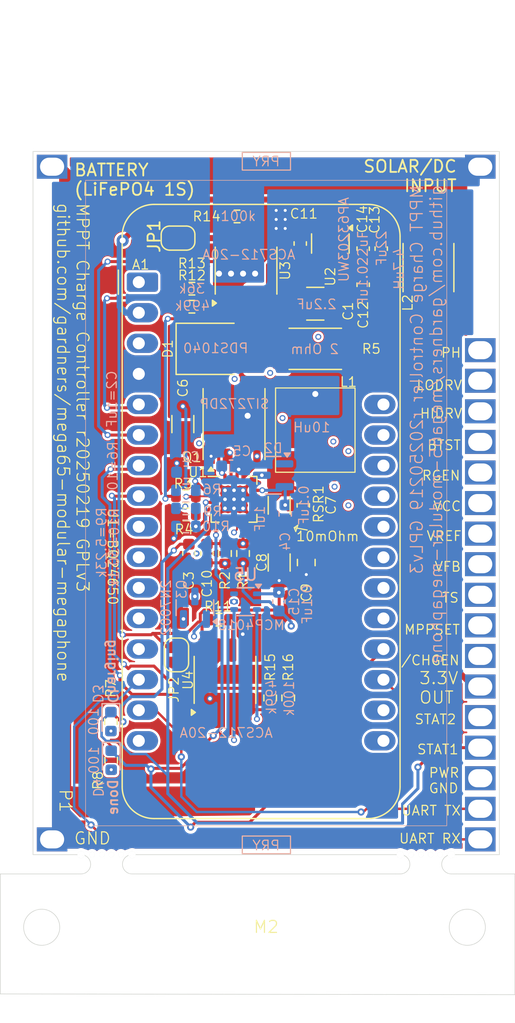
<source format=kicad_pcb>
(kicad_pcb (version 20241229) (generator "pcbnew") (generator_version "9.0")
  (title_block (title "MPPT Charge Controller") (rev "0.2"))
  (layers (0 "F.Cu" signal) (4 "In1.Cu" signal) (6 "In2.Cu" signal) (2 "B.Cu" signal) (13 "F.Paste" user) (15 "B.Paste" user) (5 "F.SilkS" user "F.Silkscreen") (7 "B.SilkS" user "B.Silkscreen") (1 "F.Mask" user) (3 "B.Mask" user) (25 "Edge.Cuts" user))
  (net 0 "")
  (net 3 "/STAT2")
  (net 5 "/Battery Current")
  (net 9 "/Battery Voltage")
  (net 13 "/STAT1")
  (net 14 "/~{Charge EN}")
  (net 16 "+3.3V")
  (net 19 "/SD_CS")
  (net 20 "/Solar Current")
  (net 21 "/Solar Voltage")
  (net 22 "GND")
  (net 24 "Net-(C1-Pad1)")
  (net 25 "/VCC")
  (net 26 "/VREF")
  (net 27 "/RGEN")
  (net 28 "/PH")
  (net 29 "/BTST")
  (net 30 "Net-(D1-K)")
  (net 31 "Net-(U1-SRP)")
  (net 32 "Net-(U1-SRN)")
  (net 33 "/VFB")
  (net 34 "/VIN")
  (net 35 "Net-(U2-BST)")
  (net 36 "Net-(U2-SW)")
  (net 37 "Net-(D3-A)")
  (net 38 "Net-(D4-A)")
  (net 39 "VBAT_OUT")
  (net 40 "/LODRV")
  (net 41 "/HIDRV")
  (net 42 "/MPPSET")
  (net 43 "/TS")
  (net 44 "Net-(U4-FILTER)")
  (net 45 "Net-(U3-FILTER)")
  (net 46 "PWR_GND")
  (net 48 "/Input")
  (net 49 "/SCL")
  (net 50 "/SDA")
  (net 52 "VCC_ACS712")
  (net 53 "VCC_ACS712_2")
  (net 54 "UART_RX")
  (net 55 "UART_TX")
  (footprint "Capacitor_SMD:C_0603_1608Metric" (layer "F.Cu") (at 105.875 99.66 -90)
    (property "Reference" "C10")
    (property "Value" "22pF")
  )
  (footprint "Resistor_SMD:R_2512_6332Metric" (layer "F.Cu") (at 114.875 82.66)
    (property "Reference" "R5")
    (property "Value" "2 Ohm")
  )
  (footprint "Jumper:SolderJumper-2_P1.3mm_Bridged_RoundedPad1.0x1.5mm" (layer "F.Cu") (at 103.475 73.46 180)
    (property "Reference" "JP1")
    (property "Value" "Jumper_2_Bridged")
  )
  (footprint "Package_SO:SOIC-8_3.9x4.9mm_P1.27mm" (layer "F.Cu") (at 109.125 76.16 90)
    (property "Reference" "U3")
    (property "Value" "ACS712-20A")
  )
  (footprint "Resistor_SMD:R_0603_1608Metric" (layer "F.Cu") (at 97.9 113.6225 -90)
    (property "Reference" "R7")
    (property "Value" "100")
  )
  (footprint "Resistor_SMD:R_0603_1608Metric" (layer "F.Cu") (at 97.925 116.835 -90)
    (property "Reference" "R8")
    (property "Value" "100")
  )
  (footprint "Capacitor_SMD:C_0603_1608Metric" (layer "F.Cu") (at 113.625 73.91 90)
    (property "Reference" "C11")
    (property "Value" "10uF")
  )
  (footprint "Inductor_SMD:L_Vishay_IFSC-1515AH_4x4x1.8mm" (layer "F.Cu") (at 124.275 75.91 90)
    (property "Reference" "L2")
    (property "Value" "4.7uH")
  )
  (footprint "Capacitor_SMD:C_1206_3216Metric" (layer "F.Cu") (at 111.875 100.41 90)
    (property "Reference" "C8")
    (property "Value" "10uF")
  )
  (footprint "Resistor_SMD:R_0603_1608Metric" (layer "F.Cu") (at 104.125 94.91)
    (property "Reference" "R3")
    (property "Value" "499k")
  )
  (footprint "Package_SO:SOIC-8_3.9x4.9mm_P1.27mm" (layer "F.Cu") (at 107.375 110.16 90)
    (property "Reference" "U4")
    (property "Value" "ACS712-20A")
  )
  (footprint "Capacitor_SMD:C_0603_1608Metric" (layer "F.Cu") (at 104.375 99.66 -90)
    (property "Reference" "C3")
    (property "Value" "1uF")
  )
  (footprint "Resistor_SMD:R_0603_1608Metric" (layer "F.Cu") (at 104.625 79.16 180)
    (property "Reference" "R12")
    (property "Value" "499k")
  )
  (footprint "Capacitor_SMD:C_1210_3225Metric" (layer "F.Cu") (at 114.875 78.91 180)
    (property "Reference" "C1")
    (property "Value" "2.2uF")
  )
  (footprint "Package_SO:PowerPAK_SO-8_Dual" (layer "F.Cu") (at 108.125 88.91 90)
    (property "Reference" "Q1")
    (property "Value" "SI7272DP")
  )
  (footprint "MegaCastle:MegaCastle2x23-Module-I30.0x53.6-M80000307FFFC-PANEL-NIBBLE" (layer "F.Cu") (at 110.795 95.47)
    (property "Reference" "M2")
    (property "Value" "~")
    (fp_line (start -19.3675 -29.209999) (end -19.3675 29.209999) (stroke (width 0.05)) (layer "Edge.Cuts"))
    (fp_line (start -19.3675 -29.209999) (end 19.3675 -29.209999) (stroke (width 0.05)) (layer "Edge.Cuts"))
    (fp_line (start -19.3675 29.209999) (end -15.78 29.209999) (stroke (width 0.05)) (layer "Edge.Cuts"))
    (fp_line (start -15.78 29.209999) (end -15.38 29.209999) (stroke (width 0.05)) (layer "Edge.Cuts"))
    (fp_line (start -15.78 30.809999) (end -15.38 30.809999) (stroke (width 0.05)) (layer "Edge.Cuts"))
    (fp_line (start -10.735 29.209999) (end -11.135 29.209999) (stroke (width 0.05)) (layer "Edge.Cuts"))
    (fp_line (start -10.735 29.209999) (end 10.735 29.209999) (stroke (width 0.05)) (layer "Edge.Cuts"))
    (fp_line (start -10.735 30.809999) (end -11.135 30.809999) (stroke (width 0.05)) (layer "Edge.Cuts"))
    (fp_line (start 10.735 29.209999) (end 11.134999 29.209999) (stroke (width 0.05)) (layer "Edge.Cuts"))
    (fp_line (start 10.735 30.809999) (end 11.134999 30.809999) (stroke (width 0.05)) (layer "Edge.Cuts"))
    (fp_line (start 15.78 29.209999) (end 15.379999 29.209999) (stroke (width 0.05)) (layer "Edge.Cuts"))
    (fp_line (start 15.78 29.209999) (end 19.3675 29.209999) (stroke (width 0.05)) (layer "Edge.Cuts"))
    (fp_line (start 15.78 30.809999) (end 15.379999 30.809999) (stroke (width 0.05)) (layer "Edge.Cuts"))
    (fp_line (start 19.3675 -29.209999) (end 19.3675 29.209999) (stroke (width 0.05)) (layer "Edge.Cuts"))
    (fp_arc (start -15.38 29.209999) (mid -14.58 30.009999) (end -15.38 30.809999) (stroke (width 0.05)) (layer "Edge.Cuts"))
    (fp_arc (start -11.135 30.809999) (mid -11.934999 30.009999) (end -11.135 29.209999) (stroke (width 0.05)) (layer "Edge.Cuts"))
    (fp_arc (start 11.134999 29.209999) (mid 11.935001 30.01) (end 11.134999 30.809999) (stroke (width 0.05)) (layer "Edge.Cuts"))
    (fp_arc (start 15.379999 30.809999) (mid 14.580001 30.01) (end 15.379999 29.209999) (stroke (width 0.05)) (layer "Edge.Cuts"))
  )
  (footprint "Resistor_SMD:R_0603_1608Metric" (layer "F.Cu") (at 108.875 99.66 -90)
    (property "Reference" "R1")
    (property "Value" "100k")
  )
  (footprint "Jumper:SolderJumper-2_P1.3mm_Bridged_RoundedPad1.0x1.5mm" (layer "F.Cu") (at 103.35 108.085 90)
    (property "Reference" "JP2")
    (property "Value" "Jumper_2_Bridged")
  )
  (footprint "Resistor_SMD:R_0603_1608Metric" (layer "F.Cu") (at 108.375 71.66 180)
    (property "Reference" "R14")
    (property "Value" "100k")
  )
  (footprint "Resistor_SMD:R_1206_3216Metric" (layer "F.Cu") (at 111.875 95.66 90)
    (property "Reference" "RSR1")
    (property "Value" "10mOhm")
  )
  (footprint "Package_TO_SOT_SMD:TSOT-23-6" (layer "F.Cu") (at 116.125 73.91 -90)
    (property "Reference" "U2")
    (property "Value" "AP63203WU")
  )
  (footprint "Module:Adafruit_Feather" (layer "F.Cu") (at 110.375 96.16)
    (property "Reference" "A1")
    (property "Value" "Adafruit_Feather_HUZZAH32_ESP32")
  )
  (footprint "Resistor_SMD:R_0603_1608Metric" (layer "F.Cu") (at 104.125 96.41 180)
    (property "Reference" "R4")
    (property "Value" "DNP")
  )
  (footprint "Capacitor_SMD:C_0603_1608Metric" (layer "F.Cu") (at 118.85 74.335 90)
    (property "Reference" "C14")
    (property "Value" "22uF")
  )
  (footprint "MPPT Charge Controller Footprint Library:L_Vishay_6.9x6.5" (layer "F.Cu") (at 114.875 89.41 -90)
    (property "Reference" "L1")
    (property "Value" "10uH")
  )
  (footprint "Resistor_SMD:R_0603_1608Metric" (layer "F.Cu") (at 107.375 99.66 90)
    (property "Reference" "R2")
    (property "Value" "140K")
  )
  (footprint "Resistor_SMD:R_0603_1608Metric" (layer "F.Cu") (at 104.625 77.66)
    (property "Reference" "R13")
    (property "Value" "36k")
  )
  (footprint "Capacitor_SMD:C_0603_1608Metric" (layer "F.Cu") (at 118.85 77.335 90)
    (property "Reference" "C12")
    (property "Value" "0.1uF")
  )
  (footprint "Capacitor_SMD:C_0805_2012Metric" (layer "F.Cu") (at 114.125 100.41 90)
    (property "Reference" "C9")
    (property "Value" "4.7uF")
  )
  (footprint "Resistor_SMD:R_0603_1608Metric" (layer "F.Cu") (at 111.125 111.66 90)
    (property "Reference" "R15")
    (property "Value" "499k")
  )
  (footprint "Resistor_SMD:R_0603_1608Metric" (layer "F.Cu") (at 112.625 111.66 -90)
    (property "Reference" "R16")
    (property "Value" "100k")
  )
  (footprint "Capacitor_SMD:C_0603_1608Metric" (layer "F.Cu") (at 113.875 95.66 -90)
    (property "Reference" "C7")
    (property "Value" "0.1uF")
  )
  (footprint "Capacitor_SMD:C_1206_3216Metric" (layer "F.Cu") (at 103.875 88.91 90)
    (property "Reference" "C6")
    (property "Value" "10uF")
  )
  (footprint "Resistor_SMD:R_0603_1608Metric" (layer "F.Cu") (at 106.875 105.16 180)
    (property "Reference" "R11")
    (property "Value" "100k")
  )
  (footprint "Capacitor_SMD:C_0603_1608Metric" (layer "F.Cu") (at 120.35 74.335 90)
    (property "Reference" "C13")
    (property "Value" "22uF")
  )
  (footprint "Diode_SMD:D_PowerDI-5" (layer "F.Cu") (at 107.125 82.66)
    (property "Reference" "D1")
    (property "Value" "PDS1040")
  )
  (footprint "MPPT Charge Controller Footprint Library:VQFN-16_EP_3.5x3.5_Pitch0.5mm" (layer "F.Cu") (at 108.125 95.16)
    (property "Reference" "U1")
    (property "Value" "~")
  )
  (footprint "Capacitor_SMD:C_0603_1608Metric" (layer "B.Cu") (at 112.375 96.41 -90)
    (property "Reference" "C4")
    (property "Value" "1uF")
  )
  (footprint "NetTie:NetTie-2_SMD_Pad0.5mm" (layer "B.Cu") (at 108.125 93.91 90)
    (property "Reference" "NT2" (hide yes))
    (property "Value" "~" (hide yes))
  )
  (footprint "Resistor_SMD:R_0603_1608Metric" (layer "B.Cu") (at 104.125 94.41)
    (property "Reference" "R6")
    (property "Value" "R6=10")
  )
  (footprint "Package_TO_SOT_SMD:SOT-363_SC-70-6" (layer "B.Cu") (at 109.075 103.66 180)
    (property "Reference" "U5")
    (property "Value" "MCP4018")
  )
  (footprint "LED_SMD:LED_0603_1608Metric" (layer "B.Cu") (at 97.925 116.835 -90)
    (property "Reference" "D4")
    (property "Value" "GREEN")
  )
  (footprint "Resistor_SMD:R_0603_1608Metric" (layer "B.Cu") (at 104.125 95.91)
    (property "Reference" "R9")
    (property "Value" "R9=5.23k")
  )
  (footprint "NetTie:NetTie-2_SMD_Pad0.5mm" (layer "B.Cu") (at 108.125 96.41 -90)
    (property "Reference" "NT4" (hide yes))
    (property "Value" "~" (hide yes))
  )
  (footprint "Capacitor_SMD:C_0603_1608Metric" (layer "B.Cu") (at 111.85 103.66 -90)
    (property "Reference" "C15")
    (property "Value" "0.1uF")
  )
  (footprint "Capacitor_SMD:C_0603_1608Metric" (layer "B.Cu") (at 107.875 92.41 180)
    (property "Reference" "C5")
    (property "Value" "0.1uF")
  )
  (footprint "LED_SMD:LED_0603_1608Metric" (layer "B.Cu") (at 97.9 113.6225 -90)
    (property "Reference" "D3")
    (property "Value" "RED")
  )
  (footprint "Package_TO_SOT_SMD:SOT-23" (layer "B.Cu") (at 104.875 104.16 90)
    (property "Reference" "Q3")
    (property "Value" "2N7002")
  )
  (footprint "Resistor_SMD:R_0603_1608Metric" (layer "B.Cu") (at 104.125 97.41 180)
    (property "Reference" "R10")
    (property "Value" "R10=30.1k")
  )
  (footprint "NetTie:NetTie-2_SMD_Pad0.5mm" (layer "B.Cu") (at 109.375 95.16)
    (property "Reference" "NT1" (hide yes))
    (property "Value" "~" (hide yes))
  )
  (footprint "NetTie:NetTie-2_SMD_Pad0.5mm" (layer "B.Cu") (at 106.875 95.16 180)
    (property "Reference" "NT3" (hide yes))
    (property "Value" "~" (hide yes))
  )
  (footprint "Capacitor_SMD:C_0603_1608Metric" (layer "B.Cu") (at 104.125 92.91 180)
    (property "Reference" "C2")
    (property "Value" "C2=1uF")
  )
  (footprint "Package_TO_SOT_SMD:SOT-23" (layer "B.Cu") (at 111.375 93.16 180)
    (property "Reference" "D2")
    (property "Value" "BAT54C")
  )
  (gr_line (start 113.125 97.51) (end 113.25 97.835) (stroke (width 0.1)) (layer "F.SilkS"))
  (gr_line (start 113.25 97.835) (end 113.425 97.31) (stroke (width 0.1)) (layer "F.SilkS"))
  (gr_line (start 114.2 97.71) (end 113.125 97.51) (stroke (width 0.1)) (layer "F.SilkS"))
  (gr_line (start 113.425 97.31) (end 113.125 97.51) (stroke (width 0.1)) (layer "F.SilkS"))
  (gr_line (start 121.53 126.279999) (end 100.06 126.279999) (stroke (width 0.05)) (layer "Edge.Cuts"))
  (gr_line (start 131.45 126.279999) (end 131.45 136.31) (stroke (width 0.05)) (layer "Edge.Cuts"))
  (gr_line (start 131.45 126.279999) (end 126.575 126.279999) (stroke (width 0.05)) (layer "Edge.Cuts"))
  (gr_circle (center 92.15 130.71) (end 93.65 130.71) (stroke (width 0.05)) (fill no) (layer "Edge.Cuts"))
  (gr_line (start 131.45 136.31) (end 88.7125 136.2475) (stroke (width 0.05)) (layer "Edge.Cuts"))
  (gr_line (start 95.015 126.279999) (end 88.7125 126.279999) (stroke (width 0.05)) (layer "Edge.Cuts"))
  (gr_line (start 88.7125 136.2475) (end 88.7125 126.279999) (stroke (width 0.05)) (layer "Edge.Cuts"))
  (gr_circle (center 127.5 130.71) (end 129 130.71) (stroke (width 0.05)) (fill no) (layer "Edge.Cuts"))
  (gr_text "MPPSET" (at 124.575 105.985 0) (layer "F.SilkS") (effects (font (size 0.8 0.8) (thickness 0.1) (bold yes))))
  (gr_text "PH" (at 126.15 82.985 0) (layer "F.SilkS") (effects (font (size 0.8 0.8) (thickness 0.1) (bold yes))))
  (gr_text "UART RX" (at 121.775 123.81 0) (layer "F.SilkS") (effects (font (size 0.8 0.8) (thickness 0.1)) (justify left bottom)))
  (gr_text "VREF" (at 125.575 98.21 0) (layer "F.SilkS") (effects (font (size 0.8 0.8) (thickness 0.1) (bold yes))))
  (gr_text "VCC" (at 125.825 95.735 0) (layer "F.SilkS") (effects (font (size 0.8 0.8) (thickness 0.1) (bold yes))))
  (gr_text "BTST" (at 125.575 90.66 0) (layer "F.SilkS") (effects (font (size 0.8 0.8) (thickness 0.1) (bold yes))))
  (gr_text "UART TX" (at 121.975 121.485 0) (layer "F.SilkS") (effects (font (size 0.8 0.8) (thickness 0.1)) (justify left bottom)))
  (gr_text "/CHGEN" (at 124.425 108.535 0) (layer "F.SilkS") (effects (font (size 0.8 0.8) (thickness 0.1) (bold yes))))
  (gr_text "LODRV" (at 125.175 85.685 0) (layer "F.SilkS") (effects (font (size 0.8 0.8) (thickness 0.1) (bold yes))))
  (gr_text "3.3V\nOUT" (at 123.45 112.21 0) (layer "F.SilkS") (effects (font (size 1 1) (thickness 0.1)) (justify left bottom)))
  (gr_text "VFB" (at 125.875 100.76 0) (layer "F.SilkS") (effects (font (size 0.8 0.8) (thickness 0.1) (bold yes))))
  (gr_text "${TITLE} r20250219 GPLv3\ngithub.com/gardners/mega65-modular-megaphone" (at 93.35 70.485 270) (layer "F.SilkS") (effects (font (size 1 1) (thickness 0.1)) (justify left bottom)))
  (gr_text "PWR\nGND\n" (at 124.25 119.635 0) (layer "F.SilkS") (effects (font (size 0.8 0.8) (thickness 0.1)) (justify left bottom)))
  (gr_text "U1=BQ24650" (at 97.575 95.835 -90) (layer "F.SilkS") (effects (font (size 0.8 0.8) (thickness 0.1)) (justify left bottom)))
  (gr_text "BATTERY\n(LiFePO4 1S)" (at 94.775 68.61 0) (layer "F.SilkS") (effects (font (size 1 1)) (justify left)))
  (gr_text "RGEN" (at 125.325 93.185 0) (layer "F.SilkS") (effects (font (size 0.8 0.8) (thickness 0.1) (bold yes))))
  (gr_text "P1" (at 93.55 119.16 -90) (layer "F.SilkS") (effects (font (size 1 1) (thickness 0.1)) (justify left bottom)))
  (gr_text "SOLAR/DC\nINPUT" (at 126.7 68.31 0) (layer "F.SilkS") (effects (font (size 1 1)) (justify right)))
  (gr_text "STAT1" (at 125.05 115.935 0) (layer "F.SilkS") (effects (font (size 0.8 0.8) (thickness 0.1) (bold yes))))
  (gr_text "GND" (at 94.775 123.91 0) (layer "F.SilkS") (effects (font (size 1 1) (thickness 0.1)) (justify left bottom)))
  (gr_text "STAT2" (at 124.85 113.435 0) (layer "F.SilkS") (effects (font (size 0.8 0.8) (thickness 0.1) (bold yes))))
  (gr_text "HIDRV" (at 125.325 88.035 0) (layer "F.SilkS") (effects (font (size 0.8 0.8) (thickness 0.1) (bold yes))))
  (gr_text "TS" (at 126.1 103.335 0) (layer "F.SilkS") (effects (font (size 0.8 0.8) (thickness 0.1) (bold yes))))
  (gr_text "Charging" (at 98.05 109.435 270) (layer "B.SilkS") (effects (font (size 0.8 0.8) (thickness 0.15) (bold yes)) (justify mirror)))
  (gr_text "Done" (at 98.075 119.91 90) (layer "B.SilkS") (effects (font (size 0.8 0.8) (thickness 0.15) (bold yes)) (justify mirror)))
  (gr_text "${TITLE} r20250219 GPLv3\ngithub.com/gardners/mega65-modular-megaphone" (at 125.5 68.985 90) (layer "B.SilkS") (effects (font (size 1 1) (thickness 0.1)) (justify left bottom mirror)))
  (segment (start 103.675 117.51) (end 106.4 114.785) (width 0.25) (layer "F.Cu") (net 3))
  (segment (start 106.625 97.66) (end 106.625 98.135) (width 0.25) (layer "F.Cu") (net 3))
  (segment (start 107.375 96.91) (end 106.625 97.66) (width 0.25) (layer "F.Cu") (net 3))
  (segment (start 104.520586 122.389471) (end 104.925057 121.985) (width 0.25) (layer "F.Cu") (net 3))
  (segment (start 101.275 117.51) (end 103.675 117.51) (width 0.25) (layer "F.Cu") (net 3))
  (segment (start 118.61 112.8) (end 118.61 109.525) (width 0.25) (layer "F.Cu") (net 3))
  (segment (start 118.61 109.525) (end 120.535 107.6) (width 0.25) (layer "F.Cu") (net 3))
  (segment (start 104.925057 121.985) (end 109.425 121.985) (width 0.25) (layer "F.Cu") (net 3))
  (segment (start 101.225735 117.559265) (end 101.275 117.51) (width 0.25) (layer "F.Cu") (net 3))
  (segment (start 109.425 121.985) (end 118.61 112.8) (width 0.25) (layer "F.Cu") (net 3))
  (via (at 106.4 114.785) (size 0.6) (drill 0.3) (layers "F.Cu" "B.Cu") (net 3))
  (via (at 101.225735 117.559265) (size 0.6) (drill 0.3) (layers "F.Cu" "B.Cu") (net 3))
  (via (at 104.520586 122.389471) (size 0.6) (drill 0.3) (layers "F.Cu" "B.Cu") (net 3))
  (via (at 106.625 98.135) (size 0.5) (drill 0.3) (layers "F.Cu" "B.Cu") (net 3))
  (segment (start 107.125 114.085) (end 106.425 114.785) (width 0.25) (layer "B.Cu") (net 3))
  (segment (start 107.125 101.91) (end 107.125 114.085) (width 0.25) (layer "B.Cu") (net 3))
  (segment (start 101.225735 117.559265) (end 101.149265 117.559265) (width 0.25) (layer "B.Cu") (net 3))
  (segment (start 106.625 101.41) (end 107.125 101.91) (width 0.25) (layer "B.Cu") (net 3))
  (segment (start 101.225735 119.09462) (end 101.225735 117.559265) (width 0.25) (layer "B.Cu") (net 3))
  (segment (start 100.85 117.26) (end 99.1375 117.26) (width 0.25) (layer "B.Cu") (net 3))
  (segment (start 106.625 98.135) (end 106.625 101.41) (width 0.25) (layer "B.Cu") (net 3))
  (segment (start 97.925 116.0475) (end 98.1 116.0475) (width 0.25) (layer "B.Cu") (net 3))
  (segment (start 99.1375 117.26) (end 97.925 116.0475) (width 0.25) (layer "B.Cu") (net 3))
  (segment (start 101.149265 117.559265) (end 100.85 117.26) (width 0.25) (layer "B.Cu") (net 3))
  (segment (start 106.425 114.785) (end 106.4 114.785) (width 0.25) (layer "B.Cu") (net 3))
  (segment (start 104.520586 122.389471) (end 101.225735 119.09462) (width 0.25) (layer "B.Cu") (net 3))
  (segment (start 98.015 94.9) (end 100.215 94.9) (width 0.25) (layer "F.Cu") (net 5))
  (segment (start 102.60099 110.135) (end 105.264999 110.135) (width 0.25) (layer "F.Cu") (net 5))
  (segment (start 99.54901 109.015) (end 101.48099 109.015) (width 0.25) (layer "F.Cu") (net 5))
  (segment (start 98.975 108.86) (end 99.339505 109.224505) (width 0.25) (layer "F.Cu") (net 5))
  (segment (start 105.264999 110.135) (end 106.74 108.659999) (width 0.25) (layer "F.Cu") (net 5))
  (segment (start 99.339505 109.224505) (end 99.54901 109.015) (width 0.25) (layer "F.Cu") (net 5))
  (segment (start 101.48099 109.015) (end 102.60099 110.135) (width 0.25) (layer "F.Cu") (net 5))
  (segment (start 97.975 94.86) (end 98.015 94.9) (width 0.25) (layer "F.Cu") (net 5))
  (segment (start 106.74 108.659999) (end 106.74 107.685) (width 0.25) (layer "F.Cu") (net 5))
  (via (at 97.975 94.86) (size 0.5) (drill 0.3) (layers "F.Cu" "B.Cu") (net 5))
  (via (at 98.975 108.86) (size 0.5) (drill 0.3) (layers "F.Cu" "B.Cu") (net 5))
  (segment (start 98.198 108.083) (end 98.198 95.083) (width 0.25) (layer "B.Cu") (net 5))
  (segment (start 98.975 108.86) (end 98.198 108.083) (width 0.25) (layer "B.Cu") (net 5))
  (segment (start 98.198 95.083) (end 97.975 94.86) (width 0.25) (layer "B.Cu") (net 5))
  (segment (start 98.65 110.36599) (end 99.64401 111.36) (width 0.25) (layer "F.Cu") (net 9))
  (segment (start 97.875 92.66) (end 99.915 92.66) (width 0.25) (layer "F.Cu") (net 9))
  (segment (start 111.1 110.86) (end 111.125 110.835) (width 0.25) (layer "F.Cu") (net 9))
  (segment (start 98.65 109.785) (end 98.65 110.36599) (width 0.25) (layer "F.Cu") (net 9))
  (segment (start 99.915 92.66) (end 100.215 92.36) (width 0.25) (layer "F.Cu") (net 9))
  (segment (start 111.125 110.835) (end 112.625 110.835) (width 0.25) (layer "F.Cu") (net 9))
  (segment (start 103.375 111.36) (end 103.875 110.86) (width 0.25) (layer "F.Cu") (net 9))
  (segment (start 103.875 110.86) (end 111.1 110.86) (width 0.25) (layer "F.Cu") (net 9))
  (segment (start 99.64401 111.36) (end 103.375 111.36) (width 0.25) (layer "F.Cu") (net 9))
  (via (at 98.65 109.785) (size 0.5) (drill 0.3) (layers "F.Cu" "B.Cu") (net 9))
  (via (at 97.875 92.66) (size 0.5) (drill 0.3) (layers "F.Cu" "B.Cu") (net 9))
  (segment (start 97.821 108.956) (end 97.821 95.606) (width 0.25) (layer "B.Cu") (net 9))
  (segment (start 97.175 93.36) (end 97.875 92.66) (width 0.25) (layer "B.Cu") (net 9))
  (segment (start 98.65 109.785) (end 97.821 108.956) (width 0.25) (layer "B.Cu") (net 9))
  (segment (start 97.821 95.606) (end 97.175 94.96) (width 0.25) (layer "B.Cu") (net 9))
  (segment (start 97.175 94.96) (end 97.175 93.36) (width 0.25) (layer "B.Cu") (net 9))
  (segment (start 125.02 115.79) (end 128.575 115.79) (width 0.25) (layer "F.Cu") (net 13))
  (segment (start 126.855 115.79) (end 125.875 114.81) (width 0.2) (layer "F.Cu") (net 13))
  (segment (start 125.875 114.81) (end 125.205 114.81) (width 0.2) (layer "F.Cu") (net 13))
  (segment (start 123.4 117.41) (end 125.02 115.79) (width 0.25) (layer "F.Cu") (net 13))
  (segment (start 125.205 114.81) (end 120.535 110.14) (width 0.2) (layer "F.Cu") (net 13))
  (segment (start 128.575 115.79) (end 126.855 115.79) (width 0.2) (layer "F.Cu") (net 13))
  (segment (start 105.775 95.417149) (end 105.782149 95.41) (width 0.25) (layer "F.Cu") (net 13))
  (segment (start 105.782149 95.41) (end 106.375 95.41) (width 0.25) (layer "F.Cu") (net 13))
  (via (at 105.775 95.417149) (size 0.5) (drill 0.3) (layers "F.Cu" "B.Cu") (net 13))
  (via (at 123.4 117.41) (size 0.6) (drill 0.3) (layers "F.Cu" "B.Cu") (net 13))
  (segment (start 105.075 122.06) (end 102.625 119.61) (width 0.25) (layer "B.Cu") (net 13))
  (segment (start 97.125 113.61) (end 97.9 112.835) (width 0.2) (layer "B.Cu") (net 13))
  (segment (start 102.625 118.11) (end 100.835 116.32) (width 0.2) (layer "B.Cu") (net 13))
  (segment (start 122.125 120.46) (end 122.125 122.06) (width 0.25) (layer "B.Cu") (net 13))
  (segment (start 102.625 100.91) (end 102.625 119.61) (width 0.25) (layer "B.Cu") (net 13))
  (segment (start 99.535 116.32) (end 98.45 115.235) (width 0.2) (layer "B.Cu") (net 13))
  (segment (start 97.9 112.835) (end 97.9 112.848135) (width 0.2) (layer "B.Cu") (net 13))
  (segment (start 123.4 119.185) (end 122.125 120.46) (width 0.25) (layer "B.Cu") (net 13))
  (segment (start 102.625 119.61) (end 102.625 118.11) (width 0.2) (layer "B.Cu") (net 13))
  (segment (start 97.510314 115.235) (end 97.125 114.849686) (width 0.2) (layer "B.Cu") (net 13))
  (segment (start 102.673004 100.91) (end 102.625 100.91) (width 0.25) (layer "B.Cu") (net 13))
  (segment (start 105.775 95.417149) (end 105.775 97.808004) (width 0.25) (layer "B.Cu") (net 13))
  (segment (start 97.125 114.849686) (end 97.125 113.61) (width 0.2) (layer "B.Cu") (net 13))
  (segment (start 123.4 117.41) (end 123.4 119.185) (width 0.25) (layer "B.Cu") (net 13))
  (segment (start 105.775 97.808004) (end 102.673004 100.91) (width 0.25) (layer "B.Cu") (net 13))
  (segment (start 98.45 115.235) (end 97.510314 115.235) (width 0.2) (layer "B.Cu") (net 13))
  (segment (start 122.125 122.06) (end 105.075 122.06) (width 0.25) (layer "B.Cu") (net 13))
  (segment (start 100.835 116.32) (end 99.535 116.32) (width 0.2) (layer "B.Cu") (net 13))
  (segment (start 128.245 115.79) (end 128.575 115.79) (width 0.2) (layer "B.Cu") (net 13))
  (via (at 104.802572 106.554439) (size 0.5) (drill 0.3) (layers "F.Cu" "B.Cu") (net 14))
  (segment (start 104.802572 106.554439) (end 104.802572 106.119928) (width 0.25) (layer "B.Cu") (net 14))
  (segment (start 104.802572 106.119928) (end 105.825 105.0975) (width 0.25) (layer "B.Cu") (net 14))
  (segment (start 104.200916 106.300495) (end 101.365495 106.300495) (width 0.25) (layer "F.Cu") (net 16))
  (segment (start 111.875 102.935) (end 111.875 104.11) (width 0.25) (layer "F.Cu") (net 16))
  (segment (start 118.85 75.11) (end 120.35 75.11) (width 0.5) (layer "F.Cu") (net 16))
  (segment (start 117.075 70.86) (end 116.475 70.26) (width 0.5) (layer "F.Cu") (net 16))
  (segment (start 124.575 74.135) (end 124.275 74.435) (width 0.5) (layer "F.Cu") (net 16))
  (segment (start 105.325 105.351842) (end 105.149569 105.351842) (width 0.25) (layer "F.Cu") (net 16))
  (segment (start 124.275 74.435) (end 122.5 72.66) (width 0.5) (layer "F.Cu") (net 16))
  (segment (start 102.55 107.435) (end 103.35 107.435) (width 0.25) (layer "F.Cu") (net 16))
  (segment (start 101.25599 106.41) (end 98.875 106.41) (width 0.25) (layer "F.Cu") (net 16))
  (segment (start 98.9 73.685) (end 98.875 73.66) (width 0.5) (layer "F.Cu") (net 16))
  (segment (start 126.8 70.61) (end 126.8 109.31) (width 0.5) (layer "F.Cu") (net 16))
  (segment (start 105.149569 105.351842) (end 104.200916 106.300495) (width 0.25) (layer "F.Cu") (net 16))
  (segment (start 116.475 70.26) (end 116.5 70.235) (width 0.5) (layer "F.Cu") (net 16))
  (segment (start 126.425 70.235) (end 126.8 70.61) (width 0.5) (layer "F.Cu") (net 16))
  (segment (start 118.7625 75.1975) (end 118.85 75.11) (width 0.5) (layer "F.Cu") (net 16))
  (segment (start 122.5 72.66) (end 117.1875 72.66) (width 0.5) (layer "F.Cu") (net 16))
  (segment (start 117.075 72.7725) (end 117.075 70.86) (width 0.5) (layer "F.Cu") (net 16))
  (segment (start 101.365495 106.300495) (end 101.25599 106.41) (width 0.25) (layer "F.Cu") (net 16))
  (segment (start 111.85 102.91) (end 111.875 102.935) (width 0.25) (layer "F.Cu") (net 16))
  (segment (start 121.375 75.11) (end 122.05 74.435) (width 0.5) (layer "F.Cu") (net 16))
  (segment (start 121.375 75.11) (end 120.35 75.11) (width 0.5) (layer "F.Cu") (net 16))
  (segment (start 116.5 70.235) (end 126.425 70.235) (width 0.5) (layer "F.Cu") (net 16))
  (segment (start 116.475 70.26) (end 102.275 70.26) (width 0.5) (layer "F.Cu") (net 16))
  (segment (start 98.995 106.41) (end 99.06 106.475) (width 0.25) (layer "F.Cu") (net 16))
  (segment (start 105.325 104.661996) (end 105.325 105.351842) (width 0.25) (layer "F.Cu") (net 16))
  (segment (start 102.825 70.81) (end 102.275 70.26) (width 0.5) (layer "F.Cu") (net 16))
  (segment (start 105.626996 104.36) (end 105.325 104.661996) (width 0.25) (layer "F.Cu") (net 16))
  (segment (start 117.1875 72.66) (end 117.075 72.7725) (width 0.5) (layer "F.Cu") (net 16))
  (segment (start 101.365495 106.300495) (end 101.415495 106.300495) (width 0.25) (layer "F.Cu") (net 16))
  (segment (start 122.05 74.435) (end 124.275 74.435) (width 0.5) (layer "F.Cu") (net 16))
  (segment (start 126.6 109.31) (end 128 110.71) (width 0.5) (layer "F.Cu") (net 16))
  (segment (start 111.875 104.11) (end 111.625 104.36) (width 0.25) (layer "F.Cu") (net 16))
  (segment (start 98.875 106.41) (end 98.995 106.41) (width 0.25) (layer "F.Cu") (net 16))
  (segment (start 111.625 104.36) (end 105.626996 104.36) (width 0.25) (layer "F.Cu") (net 16))
  (segment (start 126.8 109.31) (end 126.6 109.31) (width 0.5) (layer "F.Cu") (net 16))
  (segment (start 102.275 70.26) (end 98.875 73.66) (width 0.5) (layer "F.Cu") (net 16))
  (segment (start 102.825 73.46) (end 102.825 70.81) (width 0.5) (layer "F.Cu") (net 16))
  (segment (start 128 110.71) (end 128.575 110.71) (width 0.5) (layer "F.Cu") (net 16))
  (segment (start 101.415495 106.300495) (end 102.55 107.435) (width 0.25) (layer "F.Cu") (net 16))
  (via (at 98.875 106.41) (size 0.5) (drill 0.3) (layers "F.Cu" "B.Cu") (net 16))
  (via (at 98.875 73.66) (size 1) (drill 0.5) (layers "F.Cu" "B.Cu") (net 16))
  (via (at 111.85 102.91) (size 0.5) (drill 0.3) (layers "F.Cu" "B.Cu") (net 16))
  (segment (start 98.575 94.6044) (end 98.575 79.21) (width 0.25) (layer "B.Cu") (net 16))
  (segment (start 98.58 94.6094) (end 98.575 94.6044) (width 0.25) (layer "B.Cu") (net 16))
  (segment (start 110.025 103.01) (end 111.725 103.01) (width 0.25) (layer "B.Cu") (net 16))
  (segment (start 98.625 73.91) (end 98.625 79.16) (width 0.5) (layer "B.Cu") (net 16))
  (segment (start 98.875 106.41) (end 98.575 106.11) (width 0.25) (layer "B.Cu") (net 16))
  (segment (start 98.575 95.1156) (end 98.58 95.1106) (width 0.25) (layer "B.Cu") (net 16))
  (segment (start 98.58 95.1106) (end 98.58 94.6094) (width 0.25) (layer "B.Cu") (net 16))
  (segment (start 98.625 79.16) (end 99.125 79.66) (width 0.5) (layer "B.Cu") (net 16))
  (segment (start 98.575 79.21) (end 98.625 79.16) (width 0.25) (layer "B.Cu") (net 16))
  (segment (start 98.575 106.11) (end 98.575 95.1156) (width 0.25) (layer "B.Cu") (net 16))
  (segment (start 111.725 103.01) (end 111.85 102.885) (width 0.25) (layer "B.Cu") (net 16))
  (segment (start 99.125 79.66) (end 100.215 79.66) (width 0.5) (layer "B.Cu") (net 16))
  (segment (start 98.875 73.66) (end 98.625 73.91) (width 0.5) (layer "B.Cu") (net 16))
  (segment (start 108.49 73.685) (end 108.49 74.659999) (width 0.25) (layer "F.Cu") (net 20))
  (segment (start 108.49 74.659999) (end 107.739999 75.41) (width 0.25) (layer "F.Cu") (net 20))
  (segment (start 97.625 89.82) (end 100.215 89.82) (width 0.25) (layer "F.Cu") (net 20))
  (segment (start 107.739999 75.41) (end 97.625 75.41) (width 0.25) (layer "F.Cu") (net 20))
  (via (at 97.625 89.82) (size 0.5) (drill 0.3) (layers "F.Cu" "B.Cu") (net 20))
  (via (at 97.625 75.41) (size 0.5) (drill 0.3) (layers "F.Cu" "B.Cu") (net 20))
  (segment (start 96.875 76.16) (end 96.875 89.07) (width 0.25) (layer "B.Cu") (net 20))
  (segment (start 97.625 75.41) (end 96.875 76.16) (width 0.25) (layer "B.Cu") (net 20))
  (segment (start 96.875 89.07) (end 97.625 89.82) (width 0.25) (layer "B.Cu") (net 20))
  (segment (start 98.325 78.46) (end 98.375 78.41) (width 0.25) (layer "F.Cu") (net 21))
  (segment (start 99.935 87.56) (end 100.215 87.28) (width 0.25) (layer "F.Cu") (net 21))
  (segment (start 97.575 87.56) (end 99.935 87.56) (width 0.25) (layer "F.Cu") (net 21))
  (segment (start 103.8 79.16) (end 103.8 77.66) (width 0.5) (layer "F.Cu") (net 21))
  (segment (start 97.575 78.46) (end 98.325 78.46) (width 0.25) (layer "F.Cu") (net 21))
  (segment (start 98.375 78.41) (end 103.05 78.41) (width 0.25) (layer "F.Cu") (net 21))
  (segment (start 103.05 78.41) (end 103.8 79.16) (width 0.25) (layer "F.Cu") (net 21))
  (via (at 97.575 78.46) (size 0.5) (drill 0.3) (layers "F.Cu" "B.Cu") (net 21))
  (via (at 97.575 87.56) (size 0.5) (drill 0.3) (layers "F.Cu" "B.Cu") (net 21))
  (segment (start 97.375 78.66) (end 97.575 78.46) (width 0.25) (layer "B.Cu") (net 21))
  (segment (start 97.375 87.36) (end 97.375 78.66) (width 0.25) (layer "B.Cu") (net 21))
  (segment (start 97.575 87.56) (end 97.375 87.36) (width 0.25) (layer "B.Cu") (net 21))
  (segment (start 108.76 91.58) (end 108.78 91.58) (width 0.25) (layer "F.Cu") (net 22))
  (segment (start 114.125 101.36) (end 114.125 101.41) (width 0.25) (layer "F.Cu") (net 22))
  (segment (start 111.875 101.885) (end 111.875 101.91) (width 0.25) (layer "F.Cu") (net 22))
  (segment (start 108.85 106.36) (end 109.28 106.79) (width 0.25) (layer "F.Cu") (net 22))
  (segment (start 109.28 106.79) (end 109.28 107.685) (width 0.25) (layer "F.Cu") (net 22))
  (segment (start 108.78 91.58) (end 108.875 91.485) (width 0.25) (layer "F.Cu") (net 22))
  (via (at 112.375 72.66) (size 0.5) (drill 0.25) (layers "F.Cu" "B.Cu") (net 22))
  (via (at 112.375 71.16) (size 0.5) (drill 0.25) (layers "F.Cu" "B.Cu") (net 22))
  (via (at 108.85 106.36) (size 0.5) (drill 0.3) (layers "F.Cu" "B.Cu") (net 22))
  (via (at 114.125 101.41) (size 0.5) (drill 0.25) (layers "F.Cu" "B.Cu") (net 22))
  (via (at 111.625 72.66) (size 0.5) (drill 0.25) (layers "F.Cu" "B.Cu") (net 22))
  (via (at 111.625 71.91) (size 0.5) (drill 0.25) (layers "F.Cu" "B.Cu") (net 22))
  (via (at 111.625 71.16) (size 0.5) (drill 0.25) (layers "F.Cu" "B.Cu") (net 22))
  (via (at 111.875 101.91) (size 0.5) (drill 0.25) (layers "F.Cu" "B.Cu") (net 22))
  (via (at 112.375 71.91) (size 0.5) (drill 0.25) (layers "F.Cu" "B.Cu") (net 22))
  (segment (start 117.8375 80.3975) (end 116.35 78.91) (width 0.5) (layer "F.Cu") (net 24))
  (segment (start 117.8375 82.66) (end 117.8375 80.3975) (width 0.5) (layer "F.Cu") (net 24))
  (segment (start 104.923004 93.66) (end 104.9 93.66) (width 0.25) (layer "F.Cu") (net 25))
  (segment (start 105.673004 94.41) (end 104.923004 93.66) (width 0.25) (layer "F.Cu") (net 25))
  (segment (start 106.375 94.41) (end 105.673004 94.41) (width 0.25) (layer "F.Cu") (net 25))
  (via (at 116.375 90.36) (size 0.5) (drill 0.3) (layers "F.Cu" "B.Cu") (net 25))
  (via (at 105.225 90.51) (size 0.5) (drill 0.3) (layers "F.Cu" "B.Cu") (net 25))
  (via (at 116.475 94.110002) (size 0.5) (drill 0.3) (layers "F.Cu" "B.Cu") (net 25))
  (via (at 104.9 93.66) (size 0.5) (drill 0.3) (layers "F.Cu" "B.Cu") (net 25))
  (segment (start 104.9 93.66) (end 104.9 94.36) (width 0.25) (layer "B.Cu") (net 25))
  (segment (start 104.9 94.36) (end 104.95 94.41) (width 0.25) (layer "B.Cu") (net 25))
  (segment (start 104.9 92.91) (end 104.9 93.66) (width 0.25) (layer "B.Cu") (net 25))
  (segment (start 97.125 114.860148) (end 97.125 113.5725) (width 0.2) (layer "F.Cu") (net 26))
  (segment (start 107.875 96.91) (end 108.375 96.91) (width 0.25) (layer "F.Cu") (net 26))
  (segment (start 97.125 113.5725) (end 97.9 112.7975) (width 0.2) (layer "F.Cu") (net 26))
  (segment (start 97.8625 112.76) (end 97.9 112.7975) (width 0.5) (layer "F.Cu") (net 26))
  (segment (start 104.375 98.885) (end 103.65 98.885) (width 0.25) (layer "F.Cu") (net 26))
  (segment (start 108.375 97.66) (end 108.125 97.91) (width 0.15) (layer "F.Cu") (net 26))
  (segment (start 97.924852 115.66) (end 97.125 114.860148) (width 0.2) (layer "F.Cu") (net 26))
  (segment (start 97.925 116.01) (end 97.925 115.685) (width 0.2) (layer "F.Cu") (net 26))
  (segment (start 98.7375 113.635) (end 97.9 112.7975) (width 0.25) (layer "F.Cu") (net 26))
  (segment (start 98.9 113.635) (end 98.7375 113.635) (width 0.25) (layer "F.Cu") (net 26))
  (segment (start 97.925 115.685) (end 97.95 115.66) (width 0.2) (layer "F.Cu") (net 26))
  (segment (start 97.95 115.66) (end 97.924852 115.66) (width 0.2) (layer "F.Cu") (net 26))
  (segment (start 103.65 98.885) (end 103.125 99.41) (width 0.25) (layer "F.Cu") (net 26))
  (segment (start 108.375 96.91) (end 108.375 97.66) (width 0.15) (layer "F.Cu") (net 26))
  (via (at 98.9 113.635) (size 0.6) (drill 0.3) (layers "F.Cu" "B.Cu") (net 26))
  (via (at 108.125 97.91) (size 0.5) (drill 0.3) (layers "F.Cu" "B.Cu") (net 26))
  (via (at 103.125 99.41) (size 0.5) (drill 0.3) (layers "F.Cu" "B.Cu") (net 26))
  (via (at 104.075 95.76) (size 0.5) (drill 0.3) (layers "F.Cu" "B.Cu") (net 26))
  (segment (start 103.925 95.91) (end 103.3 95.91) (width 0.15) (layer "B.Cu") (net 26))
  (segment (start 102.14 110.92) (end 101.505 111.555) (width 0.25) (layer "B.Cu") (net 26))
  (segment (start 98.775 112.32901) (end 98.775 113.51) (width 0.25) (layer "B.Cu") (net 26))
  (segment (start 101.505 111.555) (end 99.54901 111.555) (width 0.25) (layer "B.Cu") (net 26))
  (segment (start 98.775 113.51) (end 98.9 113.635) (width 0.25) (layer "B.Cu") (net 26))
  (segment (start 104.075 95.76) (end 103.925 95.91) (width 0.15) (layer "B.Cu") (net 26))
  (segment (start 102.14 100.395) (end 102.14 110.92) (width 0.25) (layer "B.Cu") (net 26))
  (segment (start 99.54901 111.555) (end 98.775 112.32901) (width 0.25) (layer "B.Cu") (net 26))
  (segment (start 103.125 99.41) (end 102.14 100.395) (width 0.25) (layer "B.Cu") (net 26))
  (segment (start 110.469384 94.41) (end 109.875 94.41) (width 0.25) (layer "F.Cu") (net 27))
  (via (at 117.625 91.16) (size 0.5) (drill 0.3) (layers "F.Cu" "B.Cu") (net 27))
  (via (at 110.469384 94.41) (size 0.5) (drill 0.3) (layers "F.Cu" "B.Cu") (net 27))
  (via (at 112.375 95.635) (size 0.5) (drill 0.3) (layers "F.Cu" "B.Cu") (net 27))
  (via (at 117.625 95.66) (size 0.5) (drill 0.3) (layers "F.Cu" "B.Cu") (net 27))
  (segment (start 112.375 95.635) (end 112.375 94.1725) (width 0.25) (layer "B.Cu") (net 27))
  (segment (start 112.375 94.1725) (end 112.3125 94.11) (width 0.25) (layer "B.Cu") (net 27))
  (segment (start 112.0125 94.41) (end 112.3125 94.11) (width 0.25) (layer "B.Cu") (net 27))
  (segment (start 110.469384 94.41) (end 112.0125 94.41) (width 0.25) (layer "B.Cu") (net 27))
  (segment (start 114.875 86.41) (end 114.33 85.865) (width 0.5) (layer "F.Cu") (net 28))
  (segment (start 109.255 89.3) (end 109.255 88.22) (width 0.25) (layer "F.Cu") (net 28))
  (segment (start 108.512501 92.677501) (end 108.375 92.815002) (width 0.25) (layer "F.Cu") (net 28))
  (segment (start 114.58 86.115) (end 114.875 86.41) (width 1) (layer "F.Cu") (net 28))
  (segment (start 108.375 92.815002) (end 108.375 93.41) (width 0.25) (layer "F.Cu") (net 28))
  (segment (start 106.22 91.58) (end 106.22 91.25) (width 0.25) (layer "F.Cu") (net 28))
  (via (at 109.255 88.22) (size 1) (drill 0.5) (layers "F.Cu" "B.Cu") (net 28))
  (via (at 115.125 81.66) (size 0.5) (drill 0.3) (layers "F.Cu" "B.Cu") (net 28))
  (via (at 114.875 86.41) (size 1) (drill 0.5) (layers "F.Cu" "B.Cu") (net 28))
  (via (at 108.512501 92.677501) (size 0.5) (drill 0.3) (layers "F.Cu" "B.Cu") (net 28))
  (via (at 106.22 91.58) (size 0.5) (drill 0.25) (layers "F.Cu" "B.Cu") (net 28))
  (segment (start 109.255 88.22) (end 109.250618 88.22) (width 1) (layer "B.Cu") (net 28))
  (segment (start 107.375 93.21) (end 107.125 92.96) (width 0.25) (layer "F.Cu") (net 29))
  (segment (start 107.375 93.41) (end 107.375 93.21) (width 0.25) (layer "F.Cu") (net 29))
  (via (at 112.15 88.41) (size 0.5) (drill 0.3) (layers "F.Cu" "B.Cu") (net 29))
  (via (at 110.4375 93.16) (size 0.5) (drill 0.3) (layers "F.Cu" "B.Cu") (net 29))
  (via (at 107.125 92.96) (size 0.5) (drill 0.3) (layers "F.Cu" "B.Cu") (net 29))
  (segment (start 107.1 92.935) (end 107.1 92.41) (width 0.25) (layer "B.Cu") (net 29))
  (segment (start 107.125 92.96) (end 107.1 92.935) (width 0.25) (layer "B.Cu") (net 29))
  (via (at 103.875 87.435) (size 0.5) (drill 0.3) (layers "F.Cu" "B.Cu") (net 30))
  (segment (start 103.3 94.235) (end 103.375 94.16) (width 0.25) (layer "B.Cu") (net 30))
  (segment (start 104.125 94.16) (end 104.125 87.685) (width 0.25) (layer "B.Cu") (net 30))
  (segment (start 103.3 94.41) (end 103.3 94.235) (width 0.25) (layer "B.Cu") (net 30))
  (segment (start 104.125 87.685) (end 103.875 87.435) (width 0.25) (layer "B.Cu") (net 30))
  (segment (start 103.375 94.16) (end 104.125 94.16) (width 0.25) (layer "B.Cu") (net 30))
  (segment (start 111.375 95.41) (end 111.875 94.91) (width 0.25) (layer "F.Cu") (net 31))
  (segment (start 113.1875 94.1975) (end 111.875 94.1975) (width 0.25) (layer "F.Cu") (net 31))
  (segment (start 109.875 95.41) (end 111.375 95.41) (width 0.25) (layer "F.Cu") (net 31))
  (segment (start 111.875 94.91) (end 111.875 94.1975) (width 0.25) (layer "F.Cu") (net 31))
  (segment (start 113.875 94.885) (end 113.1875 94.1975) (width 0.25) (layer "F.Cu") (net 31))
  (segment (start 111.875 96.41) (end 111.875 97.1225) (width 0.25) (layer "F.Cu") (net 32))
  (segment (start 109.875 101.66) (end 108.125 101.66) (width 0.25) (layer "F.Cu") (net 32))
  (segment (start 107.325 100.435) (end 107.375 100.485) (width 0.25) (layer "F.Cu") (net 32))
  (segment (start 113.875 96.91) (end 113.6625 97.1225) (width 0.25) (layer "F.Cu") (net 32))
  (segment (start 109.875 95.91) (end 111.375 95.91) (width 0.25) (layer "F.Cu") (net 32))
  (segment (start 114.175 99.41) (end 114.125 99.46) (width 1) (layer "F.Cu") (net 32))
  (segment (start 111.375 95.91) (end 111.875 96.41) (width 0.25) (layer "F.Cu") (net 32))
  (segment (start 110.125 101.41) (end 109.875 101.66) (width 0.25) (layer "F.Cu") (net 32))
  (segment (start 105.875 100.435) (end 107.325 100.435) (width 0.25) (layer "F.Cu") (net 32))
  (segment (start 106.125 111.715) (end 106.74 112.33) (width 0.25) (layer "F.Cu") (net 32))
  (segment (start 113.6625 97.1225) (end 111.875 97.1225) (width 0.25) (layer "F.Cu") (net 32))
  (segment (start 111.875 98.935) (end 110.125 100.685) (width 0.25) (layer "F.Cu") (net 32))
  (segment (start 108.125 101.66) (end 107.375 100.91) (width 0.25) (layer "F.Cu") (net 32))
  (segment (start 106.74 112.33) (end 106.74 112.635) (width 0.25) (layer "F.Cu") (net 32))
  (segment (start 107.375 100.91) (end 107.375 100.485) (width 0.25) (layer "F.Cu") (net 32))
  (segment (start 113.875 96.435) (end 113.875 96.91) (width 0.25) (layer "F.Cu") (net 32))
  (segment (start 110.125 100.685) (end 110.125 101.41) (width 0.25) (layer "F.Cu") (net 32))
  (via (at 106.125 111.715) (size 0.5) (drill 0.3) (layers "F.Cu" "B.Cu") (net 32))
  (via (at 107.375 100.485) (size 0.5) (drill 0.3) (layers "F.Cu" "B.Cu") (net 32))
  (segment (start 108.875 98.835) (end 107.375 98.835) (width 0.25) (layer "F.Cu") (net 33))
  (segment (start 107.375 98.835) (end 105.925 98.835) (width 0.25) (layer "F.Cu") (net 33))
  (segment (start 105.925 98.835) (end 105.875 98.885) (width 0.25) (layer "F.Cu") (net 33))
  (segment (start 108.875 96.91) (end 108.875 98.835) (width 0.25) (layer "F.Cu") (net 33))
  (via (at 108.875 98.835) (size 0.5) (drill 0.3) (layers "F.Cu" "B.Cu") (net 33))
  (segment (start 102.625 80.16) (end 109.625 80.16) (width 0.25) (layer "F.Cu") (net 34))
  (segment (start 113.9875 72.7725) (end 113.625 73.135) (width 0.5) (layer "F.Cu") (net 34))
  (segment (start 102.625 94.91) (end 103.3 94.91) (width 0.25) (layer "F.Cu") (net 34))
  (segment (start 115.175 72.7725) (end 113.9875 72.7725) (width 0.5) (layer "F.Cu") (net 34))
  (segment (start 109.987 80.522) (end 109.987 81.74) (width 0.25) (layer "F.Cu") (net 34))
  (segment (start 113.625 73.135) (end 111.03 75.73) (width 0.5) (layer "F.Cu") (net 34))
  (segment (start 116.125 72.7725) (end 115.175 72.7725) (width 0.5) (layer "F.Cu") (net 34))
  (segment (start 111.03 75.73) (end 111.03 78.635) (width 0.5) (layer "F.Cu") (net 34))
  (segment (start 109.625 80.16) (end 109.987 80.522) (width 0.25) (layer "F.Cu") (net 34))
  (segment (start 102.425 95.11) (end 102.625 94.91) (width 0.25) (layer "F.Cu") (net 34))
  (segment (start 109.76 81.513) (end 109.987 81.74) (width 1) (layer "F.Cu") (net 34))
  (via (at 102.425 95.11) (size 0.5) (drill 0.3) (layers "F.Cu" "B.Cu") (net 34))
  (via (at 102.625 80.16) (size 0.5) (drill 0.3) (layers "F.Cu" "B.Cu") (net 34))
  (segment (start 102.425 80.36) (end 102.625 80.16) (width 0.25) (layer "B.Cu") (net 34))
  (segment (start 102.425 95.11) (end 102.425 80.36) (width 0.25) (layer "B.Cu") (net 34))
  (segment (start 118.85 76.56) (end 118.5875 76.56) (width 0.5) (layer "F.Cu") (net 35))
  (segment (start 118.5875 76.56) (end 117.075 75.0475) (width 0.5) (layer "F.Cu") (net 35))
  (segment (start 116.575001 76.16) (end 116.575001 76.410001) (width 0.5) (layer "F.Cu") (net 36))
  (segment (start 116.125 75.709999) (end 116.575001 76.16) (width 0.5) (layer "F.Cu") (net 36))
  (segment (start 118.85 78.11) (end 119.25 78.11) (width 0.5) (layer "F.Cu") (net 36))
  (segment (start 119.25 78.11) (end 119.975 77.385) (width 0.5) (layer "F.Cu") (net 36))
  (segment (start 116.125 75.0475) (end 116.125 75.709999) (width 0.5) (layer "F.Cu") (net 36))
  (segment (start 119.975 77.385) (end 124.275 77.385) (width 0.5) (layer "F.Cu") (net 36))
  (segment (start 116.575001 76.410001) (end 118.275 78.11) (width 0.5) (layer "F.Cu") (net 36))
  (segment (start 118.275 78.11) (end 118.85 78.11) (width 0.5) (layer "F.Cu") (net 36))
  (segment (start 97.9 114.4475) (end 97.9 114.41) (width 0.25) (layer "F.Cu") (net 37))
  (via (at 97.9 114.41) (size 0.5) (drill 0.25) (layers "F.Cu" "B.Cu") (net 37))
  (segment (start 97.925 117.66) (end 97.925 117.6225) (width 0.25) (layer "F.Cu") (net 38))
  (via (at 97.925 117.6225) (size 0.5) (drill 0.25) (layers "F.Cu" "B.Cu") (net 38))
  (segment (start 94.1 68.085) (end 94.1 119.485) (width 1) (layer "F.Cu") (net 39))
  (segment (start 94.1 119.485) (end 94.55 119.485) (width 1) (layer "F.Cu") (net 39))
  (segment (start 93.545 67.53) (end 93.75 67.735) (width 0.2) (layer "F.Cu") (net 39))
  (segment (start 109.28 112.635) (end 110.975 112.635) (width 0.25) (layer "F.Cu") (net 39))
  (segment (start 93.015 67.53) (end 93.545 67.53) (width 0.2) (layer "F.Cu") (net 39))
  (segment (start 93.75 67.735) (end 94.1 68.085) (width 1) (layer "F.Cu") (net 39))
  (segment (start 110.975 112.635) (end 111.125 112.485) (width 0.25) (layer "F.Cu") (net 39))
  (segment (start 94.55 119.485) (end 95.7 120.635) (width 1) (layer "F.Cu") (net 39))
  (segment (start 108.875 93.41) (end 110.03 92.255) (width 0.25) (layer "F.Cu") (net 40))
  (segment (start 110.03 92.255) (end 110.03 91.58) (width 0.25) (layer "F.Cu") (net 40))
  (via (at 110.03 91.58) (size 0.5) (drill 0.3) (layers "F.Cu" "B.Cu") (net 40))
  (via (at 111.125 84.66) (size 0.5) (drill 0.3) (layers "F.Cu" "B.Cu") (net 40))
  (segment (start 107.785464 91.284536) (end 107.875 91.374072) (width 0.25) (layer "F.Cu") (net 41))
  (segment (start 107.875 91.374072) (end 107.875 93.41) (width 0.25) (layer "F.Cu") (net 41))
  (via (at 107.785464 91.284536) (size 0.5) (drill 0.3) (layers "F.Cu" "B.Cu") (net 41))
  (via (at 108.175 85.16) (size 0.5) (drill 0.3) (layers "F.Cu" "B.Cu") (net 41))
  (segment (start 104.95 94.91) (end 106.375 94.91) (width 0.15) (layer "F.Cu") (net 42))
  (segment (start 104.917365 94.942635) (end 104.95 94.91) (width 0.25) (layer "F.Cu") (net 42))
  (segment (start 104.95 94.91) (end 104.95 96.41) (width 0.25) (layer "F.Cu") (net 42))
  (segment (start 104.15 94.942635) (end 104.917365 94.942635) (width 0.25) (layer "F.Cu") (net 42))
  (via (at 104.15 94.942635) (size 0.5) (drill 0.3) (layers "F.Cu" "B.Cu") (net 42))
  (via (at 108.125 103.66) (size 0.5) (drill 0.3) (layers "F.Cu" "B.Cu") (net 42))
  (via (at 104.875 103.2225) (size 0.5) (drill 0.3) (layers "F.Cu" "B.Cu") (net 42))
  (segment (start 105.675 96.36) (end 105.675 96.908004) (width 0.25) (layer "F.Cu") (net 43))
  (segment (start 106.375 95.91) (end 106.125 95.91) (width 0.25) (layer "F.Cu") (net 43))
  (segment (start 105.173004 97.41) (end 104.95 97.41) (width 0.25) (layer "F.Cu") (net 43))
  (segment (start 105.675 96.908004) (end 105.173004 97.41) (width 0.25) (layer "F.Cu") (net 43))
  (segment (start 106.125 95.91) (end 105.675 96.36) (width 0.25) (layer "F.Cu") (net 43))
  (via (at 105.01632 99.659654) (size 0.5) (drill 0.25) (layers "F.Cu" "B.Cu") (net 43))
  (via (at 104.95 97.41) (size 0.5) (drill 0.3) (layers "F.Cu" "B.Cu") (net 43))
  (segment (start 104.95 95.91) (end 104.95 97.41) (width 0.25) (layer "B.Cu") (net 43))
  (segment (start 108.01 107.685) (end 108.01 105.47) (width 0.25) (layer "F.Cu") (net 44))
  (segment (start 108.01 105.47) (end 107.7 105.16) (width 0.25) (layer "F.Cu") (net 44))
  (segment (start 109.76 72.22) (end 109.76 73.685) (width 0.5) (layer "F.Cu") (net 45))
  (segment (start 109.2 71.66) (end 109.76 72.22) (width 0.5) (layer "F.Cu") (net 45))
  (segment (start 102.655 98.88) (end 103.125 98.41) (width 0.2) (layer "F.Cu") (net 46))
  (segment (start 109.875 94.91) (end 109.125 94.91) (width 0.25) (layer "F.Cu") (net 46))
  (segment (start 109.125 94.91) (end 108.875 95.16) (width 0.25) (layer "F.Cu") (net 46))
  (via (at 108.125 95.91) (size 0.5) (drill 0.3) (layers "F.Cu" "B.Cu") (net 46))
  (via (at 103.125 98.41) (size 0.5) (drill 0.3) (layers "F.Cu" "B.Cu") (net 46))
  (via (at 103.375 92.16) (size 0.5) (drill 0.3) (layers "F.Cu" "B.Cu") (net 46))
  (via (at 107.375 94.41) (size 0.5) (drill 0.3) (layers "F.Cu" "B.Cu") (net 46))
  (via (at 112.875 105.685) (size 0.6) (drill 0.3) (layers "F.Cu" "B.Cu") (net 46))
  (via (at 108.125 94.41) (size 0.5) (drill 0.3) (layers "F.Cu" "B.Cu") (net 46))
  (via (at 107.375 95.91) (size 0.5) (drill 0.3) (layers "F.Cu" "B.Cu") (net 46))
  (via (at 108.875 95.16) (size 0.5) (drill 0.3) (layers "F.Cu" "B.Cu") (net 46))
  (via (at 103.925 105.0975) (size 0.5) (drill 0.3) (layers "F.Cu" "B.Cu") (net 46))
  (via (at 108.875 94.41) (size 0.5) (drill 0.3) (layers "F.Cu" "B.Cu") (net 46))
  (via (at 108.125 95.16) (size 0.5) (drill 0.3) (layers "F.Cu" "B.Cu") (net 46))
  (via (at 108.875 100.485) (size 0.5) (drill 0.3) (layers "F.Cu" "B.Cu") (net 46))
  (via (at 108.875 95.91) (size 0.5) (drill 0.3) (layers "F.Cu" "B.Cu") (net 46))
  (via (at 107.375 95.16) (size 0.5) (drill 0.3) (layers "F.Cu" "B.Cu") (net 46))
  (segment (start 111.95 104.435) (end 112.875 105.36) (width 0.25) (layer "B.Cu") (net 46))
  (segment (start 112.875 105.36) (end 112.875 105.685) (width 0.25) (layer "B.Cu") (net 46))
  (segment (start 128.305 118.33) (end 128.575 118.33) (width 0.2) (layer "B.Cu") (net 46))
  (segment (start 103.375 92.885) (end 103.35 92.91) (width 0.25) (layer "B.Cu") (net 46))
  (segment (start 103.3 98.235) (end 103.125 98.41) (width 0.25) (layer "B.Cu") (net 46))
  (segment (start 111.95 104.435) (end 112.1 104.585) (width 0.25) (layer "B.Cu") (net 46))
  (segment (start 111.85 104.435) (end 111.95 104.435) (width 0.25) (layer "B.Cu") (net 46))
  (segment (start 103.375 92.16) (end 103.375 92.885) (width 0.25) (layer "B.Cu") (net 46))
  (segment (start 108.875 102.788812) (end 108.875 100.485) (width 0.25) (layer "B.Cu") (net 46))
  (segment (start 111.075 103.66) (end 111.85 104.435) (width 0.25) (layer "B.Cu") (net 46))
  (segment (start 109.746188 103.66) (end 108.875 102.788812) (width 0.25) (layer "B.Cu") (net 46))
  (segment (start 103.3 97.41) (end 103.3 98.235) (width 0.25) (layer "B.Cu") (net 46))
  (segment (start 110.025 103.66) (end 111.075 103.66) (width 0.25) (layer "B.Cu") (net 46))
  (segment (start 110.025 103.66) (end 109.746188 103.66) (width 0.25) (layer "B.Cu") (net 46))
  (segment (start 105.45 79.16) (end 106.695 79.16) (width 0.5) (layer "F.Cu") (net 48))
  (segment (start 106.695 79.16) (end 107.22 78.635) (width 0.5) (layer "F.Cu") (net 48))
  (via (at 106.875 76.41) (size 1) (drill 0.5) (layers "F.Cu" "B.Cu") (net 48))
  (via (at 107.875 76.41) (size 1) (drill 0.5) (layers "F.Cu" "B.Cu") (net 48))
  (via (at 108.875 76.41) (size 1) (drill 0.5) (layers "F.Cu" "B.Cu") (net 48))
  (via (at 109.875 76.41) (size 1) (drill 0.5) (layers "F.Cu" "B.Cu") (net 48))
  (via (at 110.03 113.41) (size 0.5) (drill 0.3) (layers "F.Cu" "B.Cu") (net 49))
  (segment (start 110.025 104.31) (end 110.025 113.405) (width 0.25) (layer "B.Cu") (net 49))
  (segment (start 110.025 113.405) (end 110.03 113.41) (width 0.25) (layer "B.Cu") (net 49))
  (via (at 108.125 115.16) (size 0.5) (drill 0.3) (layers "F.Cu" "B.Cu") (net 50))
  (segment (start 108.125 104.31) (end 108.125 115.16) (width 0.25) (layer "B.Cu") (net 50))
  (segment (start 107.22 73.685) (end 107.22 71.99) (width 0.5) (layer "F.Cu") (net 52))
  (segment (start 106.995 73.46) (end 107.22 73.685) (width 0.5) (layer "F.Cu") (net 52))
  (segment (start 104.125 73.46) (end 106.995 73.46) (width 0.5) (layer "F.Cu") (net 52))
  (segment (start 107.22 71.99) (end 107.55 71.66) (width 0.5) (layer "F.Cu") (net 52))
  (segment (start 103.35 108.735) (end 104.42 108.735) (width 0.5) (layer "F.Cu") (net 53))
  (segment (start 105.47 107.685) (end 105.47 105.74) (width 0.25) (layer "F.Cu") (net 53))
  (segment (start 105.47 105.74) (end 106.05 105.16) (width 0.25) (layer "F.Cu") (net 53))
  (segment (start 104.42 108.735) (end 105.47 107.685) (width 0.5) (layer "F.Cu") (net 53))
  (segment (start 97.45 123.41) (end 128.575 123.41) (width 0.2) (layer "F.Cu") (net 54))
  (segment (start 96.25 122.21) (end 97.45 123.41) (width 0.2) (layer "F.Cu") (net 54))
  (via (at 96.25 122.21) (size 0.6) (drill 0.3) (layers "F.Cu" "B.Cu") (net 54))
  (segment (start 97.145 111.74) (end 98.615 111.74) (width 0.2) (layer "B.Cu") (net 54))
  (segment (start 94.85 114.035) (end 97.145 111.74) (width 0.2) (layer "B.Cu") (net 54))
  (segment (start 98.615 111.74) (end 100.215 110.14) (width 0.2) (layer "B.Cu") (net 54))
  (segment (start 94.85 120.81) (end 94.85 114.035) (width 0.2) (layer "B.Cu") (net 54))
  (segment (start 96.25 122.21) (end 94.85 120.81) (width 0.2) (layer "B.Cu") (net 54))
  (segment (start 119.133529 120.87) (end 128.575 120.87) (width 0.2) (layer "F.Cu") (net 55))
  (segment (start 103.745558 114.805558) (end 101.62 112.68) (width 0.2) (layer "F.Cu") (net 55))
  (segment (start 103.745558 116.555558) (end 103.745558 114.805558) (width 0.2) (layer "F.Cu") (net 55))
  (segment (start 101.62 112.68) (end 100.215 112.68) (width 0.2) (layer "F.Cu") (net 55))
  (segment (start 118.675 121.135) (end 118.868529 121.135) (width 0.2) (layer "F.Cu") (net 55))
  (segment (start 118.868529 121.135) (end 119.133529 120.87) (width 0.2) (layer "F.Cu") (net 55))
  (via (at 103.745558 116.555558) (size 0.6) (drill 0.3) (layers "F.Cu" "B.Cu") (net 55))
  (via (at 118.675 121.135) (size 0.6) (drill 0.3) (layers "F.Cu" "B.Cu") (net 55))
  (segment (start 103.745558 119.855558) (end 105.025 121.135) (width 0.2) (layer "B.Cu") (net 55))
  (segment (start 105.025 121.135) (end 118.675 121.135) (width 0.2) (layer "B.Cu") (net 55))
  (segment (start 103.745558 116.555558) (end 103.745558 119.855558) (width 0.2) (layer "B.Cu") (net 55))
  (zone (net 48) (net_name "/Input") (layer "F.Cu") (priority 1) (connect_pads yes (clearance 0.25)) (min_thickness 0.25) (fill yes (thermal_gap 0.25) (thermal_bridge_width 0.25))
    (polygon (pts (xy 106.375 75.66) (xy 110.625 75.66) (xy 110.625 79.91) (xy 106.375 79.91)))
  )
  (zone (net 46) (net_name "PWR_GND") (layer "F.Cu") (priority 3) (connect_pads yes (clearance 0.25)) (min_thickness 0.25) (fill yes (thermal_gap 0.25) (thermal_bridge_width 0.25))
    (polygon (pts (xy 102.375 91.66) (xy 104.125 91.66) (xy 104.125 92.66) (xy 110.375 92.66) (xy 110.375 101.16) (xy 103.875 101.16) (xy 103.875 104.16) (xy 104.375 104.16) (xy 104.375 105.91) (xy 102.375 105.91)))
  )
  (zone (net 31) (net_name "Net-(U1-SRP)") (layer "F.Cu") (priority 1) (connect_pads yes (clearance 0.25)) (min_thickness 0.25) (fill yes (thermal_gap 0.25) (thermal_bridge_width 0.25))
    (polygon (pts (xy 113.125 93.66) (xy 116.625 93.66) (xy 116.625 91.16) (xy 110.875 91.16) (xy 110.875 94.91) (xy 113.125 94.91)))
  )
  (zone (net 30) (net_name "Net-(D1-K)") (layer "F.Cu") (priority 1) (connect_pads yes (clearance 0.25)) (min_thickness 0.25) (fill yes (thermal_gap 0) (thermal_bridge_width 1))
    (polygon (pts (xy 102.625 88.41) (xy 102.625 80.66) (xy 108.375 80.66) (xy 108.375 90.16) (xy 105.625 90.16) (xy 105.625 88.41)))
  )
  (zone (net 39) (net_name "VBAT_OUT") (layer "F.Cu") (priority 1) (connect_pads yes (clearance 0.25)) (min_thickness 0.25) (fill yes (thermal_gap 0) (thermal_bridge_width 1))
    (polygon (pts (xy 107.375 111.16) (xy 109.875 111.16) (xy 109.875 121.41) (xy 95.325 121.585) (xy 93.625 119.885) (xy 93.625 119.035) (xy 107.375 119.01)))
  )
  (zone (net 32) (net_name "Net-(U1-SRN)") (layer "F.Cu") (priority 1) (connect_pads yes (clearance 0.25)) (min_thickness 0.25) (fill yes (thermal_gap 0) (thermal_bridge_width 1))
    (polygon (pts (xy 110.625 96.41) (xy 113.125 96.41) (xy 113.125 98.16) (xy 117.125 98.16) (xy 117.125 110.66) (xy 107.375 110.66) (xy 107.375 114.16) (xy 104.625 114.16) (xy 104.625 108.91) (xy 110.625 108.91)))
  )
  (zone (net 22) (net_name "GND") (layer "F.Cu") (connect_pads yes (clearance 0.1)) (min_thickness 0.1) (fill yes (thermal_gap 0.25) (thermal_bridge_width 0.25))
    (polygon (pts (xy 93.5 54.18) (xy 127.5 54.18) (xy 127.5 138.18) (xy 93.5 138.18)))
  )
  (zone (net 34) (net_name "/VIN") (layer "F.Cu") (priority 3) (connect_pads yes (clearance 0.25)) (min_thickness 0.25) (fill yes (thermal_gap 0.25) (thermal_bridge_width 0.25))
    (polygon (pts (xy 109.125 77.41) (xy 112.625 77.41) (xy 112.625 84.66) (xy 109.125 84.66)))
  )
  (zone (net 22) (net_name "GND") (layer "B.Cu") (connect_pads yes (clearance 0.25)) (min_thickness 0.25) (fill yes (thermal_gap 0.25) (thermal_bridge_width 0.25))
    (polygon (pts (xy 93 53.68) (xy 128 53.68) (xy 128 138.68) (xy 93 138.68)))
  )
  (zone (net 46) (net_name "PWR_GND") (layer "B.Cu") (name "PWR GND") (priority 2) (connect_pads yes (clearance 0.25)) (min_thickness 0.25) (fill yes (thermal_gap 0) (thermal_bridge_width 1))
    (polygon (pts (xy 107.125 94.16) (xy 109.125 94.16) (xy 109.125 96.16) (xy 107.125 96.16)))
  )
  (zone (net 28) (net_name "/PH") (layer "B.Cu") (priority 1) (connect_pads yes (clearance 0.25)) (min_thickness 0.25) (fill yes (thermal_gap 0.25) (thermal_bridge_width 0.25))
    (polygon (pts (xy 105.625 89.76) (xy 108.125 89.76) (xy 108.125 84.91) (xy 116.875 84.91) (xy 116.875 88.16) (xy 112.875 88.16) (xy 112.875 93.16) (xy 105.625 93.16)))
  )
  (zone (net 48) (net_name "/Input") (layer "B.Cu") (priority 1) (connect_pads yes (clearance 0.25)) (min_thickness 0.25) (fill yes (thermal_gap 0.25) (thermal_bridge_width 0.25))
    (polygon (pts (xy 115.425 66.21) (xy 128.575001 66.260001) (xy 128.525 69.16) (xy 110.625 69.16) (xy 110.625 77.16) (xy 106.375 77.16) (xy 106.375 66.16) (xy 110.375 66.16)))
  )
)
</source>
